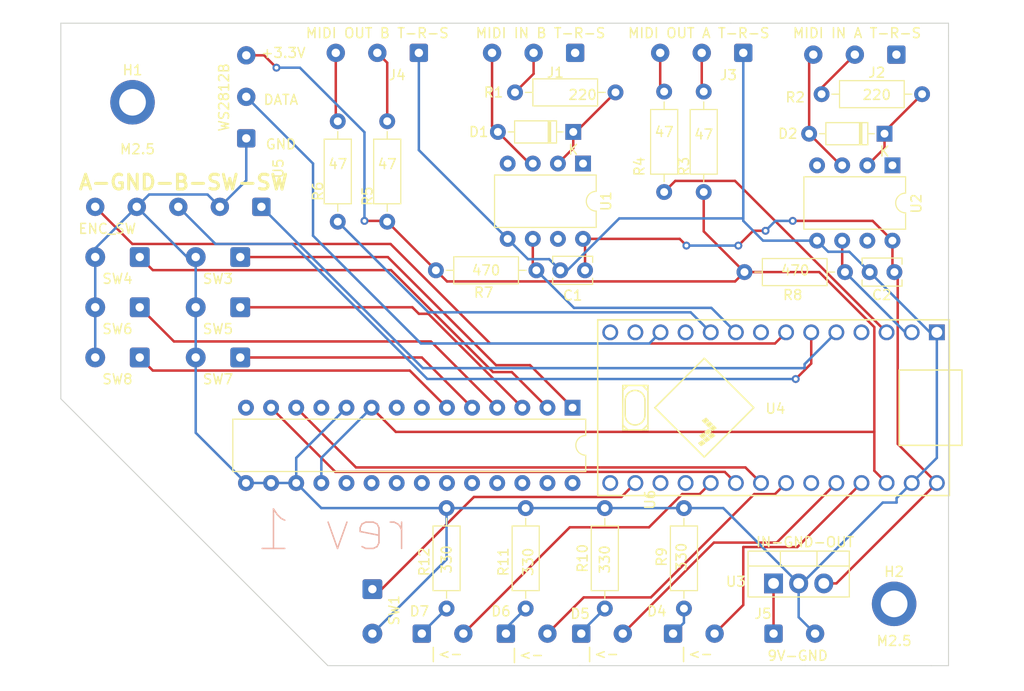
<source format=kicad_pcb>
(kicad_pcb (version 20211014) (generator pcbnew)
  (layers (0 "F.Cu" signal) (31 "B.Cu" signal) (34 "B.Paste" user) (35 "F.Paste" user) (36 "B.SilkS" user "B.Silkscreen") (37 "F.SilkS" user "F.Silkscreen") (38 "B.Mask" user) (39 "F.Mask" user) (44 "Edge.Cuts" user))
  (net 0 "")
  (net 1 "+5V")
  (net 2 "GND")
  (net 3 "Net-(D1-Pad1)")
  (net 4 "Net-(D1-Pad2)")
  (net 5 "Net-(D2-Pad1)")
  (net 6 "Net-(D2-Pad2)")
  (net 7 "+3V3")
  (net 8 "Net-(R4-Pad1)")
  (net 9 "Net-(U4-Pad10)")
  (net 10 "Net-(U4-Pad9)")
  (net 11 "Net-(R8-Pad1)")
  (net 12 "Net-(D4-Pad1)")
  (net 13 "Net-(D5-Pad1)")
  (net 14 "Net-(D6-Pad1)")
  (net 15 "Net-(D7-Pad1)")
  (net 18 "Net-(SW1-Pad1)")
  (net 21 "Net-(D7-Pad2)")
  (net 22 "Net-(U4-Pad27)")
  (net 23 "Net-(U4-Pad25)")
  (net 24 "Net-(U4-Pad26)")
  (net 26 "Net-(D5-Pad2)")
  (net 27 "Net-(D4-Pad2)")
  (net 30 "Net-(U6-Pad1)")
  (net 31 "Net-(U6-Pad2)")
  (net 32 "Net-(U6-Pad3)")
  (net 33 "Net-(U6-Pad4)")
  (net 39 "Net-(U4-Pad12)")
  (net 40 "Net-(J1-Pad2)")
  (net 41 "Net-(J2-Pad2)")
  (net 42 "Net-(J3-Pad2)")
  (net 43 "Net-(J3-Pad3)")
  (net 44 "Net-(J4-Pad2)")
  (net 45 "Net-(J4-Pad3)")
  (net 49 "unconnected-(J2-Pad1)")
  (net 50 "Net-(J5-Pad1)")
  (net 51 "Net-(U6-Pad5)")
  (net 52 "Net-(U6-Pad6)")
  (net 53 "Net-(U4-Pad5)")
  (net 54 "Net-(U4-Pad6)")
  (net 55 "Net-(U4-Pad7)")
  (footprint "Resistor_THT:R_Axial_DIN0207_L6.3mm_D2.5mm_P10.16mm_Horizontal" (layer "F.Cu") (at 215 67.08 90)
    (fp_text reference "R4" (at 2.58 -2.5 90) (layer "F.SilkS"))
    (fp_text value "47")
    (pad "1" thru_hole circle (at 0 0 90) (size 1.6 1.6) (drill 0.8) (layers *.Cu *.Mask) (net 8 "Net-(R4-Pad1)"))
    (pad "2" thru_hole oval (at 10.16 0 90) (size 1.6 1.6) (drill 0.8) (layers *.Cu *.Mask) (net 43 "Net-(J3-Pad3)"))
  )
  (footprint "MountingHole:MountingHole_2.7mm_M2.5_ISO14580_Pad" (layer "F.Cu") (at 238.25 108.75)
    (fp_text reference "H2" (at 0 -3.25) (layer "F.SilkS"))
    (fp_text value "MountingHole")
    (pad "1" thru_hole circle (at 0 0) (size 4.5 4.5) (drill 2.7) (layers *.Cu *.Mask))
  )
  (footprint "MountingHole:MountingHole_2.7mm_M2.5_ISO14580_Pad" (layer "F.Cu") (at 161.25 58)
    (fp_text reference "H1" (at 0 -3.25) (layer "F.SilkS"))
    (fp_text value "MountingHole")
    (pad "1" thru_hole circle (at 0 0) (size 4.5 4.5) (drill 2.7) (layers *.Cu *.Mask))
  )
  (footprint "Connector_Wire:SolderWire-0.25sqmm_1x03_P4.2mm_D0.65mm_OD1.7mm" (layer "F.Cu") (at 190.2 53 180)
    (fp_text reference "J4" (at 2.2 -2.25) (layer "F.SilkS"))
    (fp_text value "MIDI OUT B")
    (pad "1" thru_hole roundrect (at 0 0 180) (size 1.85 1.85) (drill 0.85) (layers *.Cu *.Mask) (roundrect_rratio 0.1351351351) (net 2 "GND"))
    (pad "2" thru_hole circle (at 4.2 0 180) (size 1.85 1.85) (drill 0.85) (layers *.Cu *.Mask) (net 44 "Net-(J4-Pad2)"))
    (pad "3" thru_hole circle (at 8.4 0 180) (size 1.85 1.85) (drill 0.85) (layers *.Cu *.Mask) (net 45 "Net-(J4-Pad3)"))
  )
  (footprint "Resistor_THT:R_Axial_DIN0207_L6.3mm_D2.5mm_P10.16mm_Horizontal" (layer "F.Cu") (at 209 99.06 -90)
    (fp_text reference "R10" (at 5.08 2.25 90) (layer "F.SilkS"))
    (fp_text value "330")
    (pad "1" thru_hole circle (at 0 0 270) (size 1.6 1.6) (drill 0.8) (layers *.Cu *.Mask) (net 2 "GND"))
    (pad "2" thru_hole oval (at 10.16 0 270) (size 1.6 1.6) (drill 0.8) (layers *.Cu *.Mask) (net 13 "Net-(D5-Pad1)"))
  )
  (footprint "Resistor_THT:R_Axial_DIN0207_L6.3mm_D2.5mm_P10.16mm_Horizontal" (layer "F.Cu") (at 217 99.06 -90)
    (fp_text reference "R9" (at 4.94 2.25 90) (layer "F.SilkS"))
    (fp_text value "330")
    (pad "1" thru_hole circle (at 0 0 270) (size 1.6 1.6) (drill 0.8) (layers *.Cu *.Mask) (net 2 "GND"))
    (pad "2" thru_hole oval (at 10.16 0 270) (size 1.6 1.6) (drill 0.8) (layers *.Cu *.Mask) (net 12 "Net-(D4-Pad1)"))
  )
  (footprint "Diode_THT:D_DO-35_SOD27_P7.62mm_Horizontal" (layer "F.Cu") (at 205.81 61 180)
    (fp_text reference "D1" (at 9.56 0) (layer "F.SilkS"))
    (fp_text value "1N4148")
    (fp_text user "K" (at 0 -1.8) (layer "F.SilkS"))
    (pad "1" thru_hole rect (at 0 0 180) (size 1.6 1.6) (drill 0.8) (layers *.Cu *.Mask) (net 3 "Net-(D1-Pad1)"))
    (pad "2" thru_hole oval (at 7.62 0 180) (size 1.6 1.6) (drill 0.8) (layers *.Cu *.Mask) (net 4 "Net-(D1-Pad2)"))
  )
  (footprint "Resistor_THT:R_Axial_DIN0207_L6.3mm_D2.5mm_P10.16mm_Horizontal" (layer "F.Cu") (at 233.28 75.18 180)
    (fp_text reference "R8" (at 5.28 -2.32) (layer "F.SilkS"))
    (fp_text value "470")
    (pad "1" thru_hole circle (at 0 0 180) (size 1.6 1.6) (drill 0.8) (layers *.Cu *.Mask) (net 11 "Net-(R8-Pad1)"))
    (pad "2" thru_hole oval (at 10.16 0 180) (size 1.6 1.6) (drill 0.8) (layers *.Cu *.Mask) (net 7 "+3V3"))
  )
  (footprint "Connector_Wire:SolderWire-0.25sqmm_1x03_P4.2mm_D0.65mm_OD1.7mm" (layer "F.Cu") (at 223 53 180)
    (fp_text reference "J3" (at 1.5 -2.25) (layer "F.SilkS"))
    (fp_text value "MIDI OUT A")
    (pad "1" thru_hole roundrect (at 0 0 180) (size 1.85 1.85) (drill 0.85) (layers *.Cu *.Mask) (roundrect_rratio 0.1351351351) (net 2 "GND"))
    (pad "2" thru_hole circle (at 4.2 0 180) (size 1.85 1.85) (drill 0.85) (layers *.Cu *.Mask) (net 42 "Net-(J3-Pad2)"))
    (pad "3" thru_hole circle (at 8.4 0 180) (size 1.85 1.85) (drill 0.85) (layers *.Cu *.Mask) (net 43 "Net-(J3-Pad3)"))
  )
  (footprint "Resistor_THT:R_Axial_DIN0207_L6.3mm_D2.5mm_P10.16mm_Horizontal" (layer "F.Cu") (at 199.92 57)
    (fp_text reference "R1" (at -2.17 0) (layer "F.SilkS"))
    (fp_text value "220")
    (pad "1" thru_hole circle (at 0 0) (size 1.6 1.6) (drill 0.8) (layers *.Cu *.Mask) (net 40 "Net-(J1-Pad2)"))
    (pad "2" thru_hole oval (at 10.16 0) (size 1.6 1.6) (drill 0.8) (layers *.Cu *.Mask) (net 3 "Net-(D1-Pad1)"))
  )
  (footprint "Resistor_THT:R_Axial_DIN0207_L6.3mm_D2.5mm_P10.16mm_Horizontal" (layer "F.Cu") (at 187 59.92 -90)
    (fp_text reference "R5" (at 7.58 2 90) (layer "F.SilkS"))
    (fp_text value "47")
    (pad "1" thru_hole circle (at 0 0 270) (size 1.6 1.6) (drill 0.8) (layers *.Cu *.Mask) (net 44 "Net-(J4-Pad2)"))
    (pad "2" thru_hole oval (at 10.16 0 270) (size 1.6 1.6) (drill 0.8) (layers *.Cu *.Mask) (net 7 "+3V3"))
  )
  (footprint "Resistor_THT:R_Axial_DIN0207_L6.3mm_D2.5mm_P10.16mm_Horizontal" (layer "F.Cu") (at 182 70.08 90)
    (fp_text reference "R6" (at 3.08 -2 90) (layer "F.SilkS"))
    (fp_text value "47")
    (pad "1" thru_hole circle (at 0 0 90) (size 1.6 1.6) (drill 0.8) (layers *.Cu *.Mask) (net 9 "Net-(U4-Pad10)"))
    (pad "2" thru_hole oval (at 10.16 0 90) (size 1.6 1.6) (drill 0.8) (layers *.Cu *.Mask) (net 45 "Net-(J4-Pad3)"))
  )
  (footprint "Connector_Wire:SolderWire-0.25sqmm_1x03_P4.2mm_D0.65mm_OD1.7mm" (layer "F.Cu") (at 206 53 180)
    (fp_text reference "J1" (at 2 -2) (layer "F.SilkS"))
    (fp_text value "MIDI IN B")
    (pad "1" thru_hole roundrect (at 0 0 180) (size 1.85 1.85) (drill 0.85) (layers *.Cu *.Mask) (roundrect_rratio 0.1351351351))
    (pad "2" thru_hole circle (at 4.2 0 180) (size 1.85 1.85) (drill 0.85) (layers *.Cu *.Mask) (net 40 "Net-(J1-Pad2)"))
    (pad "3" thru_hole circle (at 8.4 0 180) (size 1.85 1.85) (drill 0.85) (layers *.Cu *.Mask) (net 4 "Net-(D1-Pad2)"))
  )
  (footprint "clarinoid2:Teensy_LC" (layer "F.Cu") (at 226.06 88.9 180)
    (fp_text reference "U4" (at -0.19 -0.1 180) (layer "F.SilkS"))
    (fp_text value "Teensy-LC")
    (pad "1" thru_hole rect (at -16.51 7.62 180) (size 1.6 1.6) (drill 1.1) (layers *.Cu *.Mask) (net 2 "GND"))
    (pad "2" thru_hole circle (at -13.97 7.62 180) (size 1.6 1.6) (drill 1.1) (layers *.Cu *.Mask) (net 11 "Net-(R8-Pad1)"))
    (pad "3" thru_hole circle (at -11.43 7.62 180) (size 1.6 1.6) (drill 1.1) (layers *.Cu *.Mask) (net 8 "Net-(R4-Pad1)"))
    (pad "4" thru_hole circle (at -8.89 7.62 180) (size 1.6 1.6) (drill 1.1) (layers *.Cu *.Mask))
    (pad "5" thru_hole circle (at -6.35 7.62 180) (size 1.6 1.6) (drill 1.1) (layers *.Cu *.Mask) (net 53 "Net-(U4-Pad5)"))
    (pad "6" thru_hole circle (at -3.81 7.62 180) (size 1.6 1.6) (drill 1.1) (layers *.Cu *.Mask) (net 54 "Net-(U4-Pad6)"))
    (pad "7" thru_hole circle (at -1.27 7.62 180) (size 1.6 1.6) (drill 1.1) (layers *.Cu *.Mask) (net 55 "Net-(U4-Pad7)"))
    (pad "8" thru_hole circle (at 1.27 7.62 180) (size 1.6 1.6) (drill 1.1) (layers *.Cu *.Mask))
    (pad "9" thru_hole circle (at 3.81 7.62 180) (size 1.6 1.6) (drill 1.1) (layers *.Cu *.Mask) (net 10 "Net-(U4-Pad9)"))
    (pad "10" thru_hole circle (at 6.35 7.62 180) (size 1.6 1.6) (drill 1.1) (layers *.Cu *.Mask) (net 9 "Net-(U4-Pad10)"))
    (pad "11" thru_hole circle (at 8.89 7.62 180) (size 1.6 1.6) (drill 1.1) (layers *.Cu *.Mask))
    (pad "12" thru_hole circle (at 11.43 7.62 180) (size 1.6 1.6) (drill 1.1) (layers *.Cu *.Mask) (net 39 "Net-(U4-Pad12)"))
    (pad "13" thru_hole circle (at 13.97 7.62 180) (size 1.6 1.6) (drill 1.1) (layers *.Cu *.Mask))
    (pad "14" thru_hole circle (at 16.51 7.62 180) (size 1.6 1.6) (drill 1.1) (layers *.Cu *.Mask))
    (pad "20" thru_hole circle (at 16.51 -7.62 180) (size 1.6 1.6) (drill 1.1) (layers *.Cu *.Mask))
    (pad "21" thru_hole circle (at 13.97 -7.62 180) (size 1.6 1.6) (drill 1.1) (layers *.Cu *.Mask) (net 18 "Net-(SW1-Pad1)"))
    (pad "22" thru_hole circle (at 11.43 -7.62 180) (size 1.6 1.6) (drill 1.1) (layers *.Cu *.Mask))
    (pad "23" thru_hole circle (at 8.89 -7.62 180) (size 1.6 1.6) (drill 1.1) (layers *.Cu *.Mask))
    (pad "24" thru_hole circle (at 6.35 -7.62 180) (size 1.6 1.6) (drill 1.1) (layers *.Cu *.Mask) (net 21 "Net-(D7-Pad2)"))
    (pad "25" thru_hole circle (at 3.81 -7.62 180) (size 1.6 1.6) (drill 1.1) (layers *.Cu *.Mask) (net 23 "Net-(U4-Pad25)"))
    (pad "26" thru_hole circle (at 1.27 -7.62 180) (size 1.6 1.6) (drill 1.1) (layers *.Cu *.Mask) (net 24 "Net-(U4-Pad26)"))
    (pad "27" thru_hole circle (at -1.27 -7.62 180) (size 1.6 1.6) (drill 1.1) (layers *.Cu *.Mask) (net 22 "Net-(U4-Pad27)"))
    (pad "28" thru_hole circle (at -3.81 -7.62 180) (size 1.6 1.6) (drill 1.1) (layers *.Cu *.Mask))
    (pad "29" thru_hole circle (at -6.35 -7.62 180) (size 1.6 1.6) (drill 1.1) (layers *.Cu *.Mask) (net 26 "Net-(D5-Pad2)"))
    (pad "30" thru_hole circle (at -8.89 -7.62 180) (size 1.6 1.6) (drill 1.1) (layers *.Cu *.Mask) (net 27 "Net-(D4-Pad2)"))
    (pad "31" thru_hole circle (at -11.43 -7.62 180) (size 1.6 1.6) (drill 1.1) (layers *.Cu *.Mask) (net 7 "+3V3"))
    (pad "32" thru_hole circle (at -13.97 -7.62 180) (size 1.6 1.6) (drill 1.1) (layers *.Cu *.Mask) (net 2 "GND"))
    (pad "33" thru_hole circle (at -16.51 -7.62 180) (size 1.6 1.6) (drill 1.1) (layers *.Cu *.Mask) (net 1 "+5V"))
  )
  (footprint "Connector_Wire:SolderWire-0.25sqmm_1x03_P4.2mm_D0.65mm_OD1.7mm" (layer "F.Cu") (at 238.48 53.18 180)
    (fp_text reference "J2" (at 1.98 -1.82) (layer "F.SilkS"))
    (fp_text value "MIDI IN A")
    (pad "1" thru_hole roundrect (at 0 0 180) (size 1.85 1.85) (drill 0.85) (layers *.Cu *.Mask) (roundrect_rratio 0.1351351351) (net 49 "unconnected-(J2-Pad1)"))
    (pad "2" thru_hole circle (at 4.2 0 180) (size 1.85 1.85) (drill 0.85) (layers *.Cu *.Mask) (net 41 "Net-(J2-Pad2)"))
    (pad "3" thru_hole circle (at 8.4 0 180) (size 1.85 1.85) (drill 0.85) (layers *.Cu *.Mask) (net 6 "Net-(D2-Pad2)"))
  )
  (footprint "Resistor_THT:R_Axial_DIN0207_L6.3mm_D2.5mm_P10.16mm_Horizontal" (layer "F.Cu") (at 230.92 57.18)
    (fp_text reference "R2" (at -2.67 0.32) (layer "F.SilkS"))
    (fp_text value "220")
    (pad "1" thru_hole circle (at 0 0) (size 1.6 1.6) (drill 0.8) (layers *.Cu *.Mask) (net 41 "Net-(J2-Pad2)"))
    (pad "2" thru_hole oval (at 10.16 0) (size 1.6 1.6) (drill 0.8) (layers *.Cu *.Mask) (net 5 "Net-(D2-Pad1)"))
  )
  (footprint "Connector_Wire:SolderWire-0.25sqmm_1x02_P4.5mm_D0.65mm_OD2mm" (layer "F.Cu") (at 185.5 107.26 -90)
    (fp_text reference "SW1" (at 2.14 -2.2 90) (layer "F.SilkS"))
    (fp_text value "SW_Push_SPDT")
    (pad "1" thru_hole roundrect (at 0 0 270) (size 2 2) (drill 0.85) (layers *.Cu *.Mask) (roundrect_rratio 0.125) (net 18 "Net-(SW1-Pad1)"))
    (pad "2" thru_hole circle (at 4.5 0 270) (size 2 2) (drill 0.85) (layers *.Cu *.Mask) (net 2 "GND"))
  )
  (footprint "Connector_Wire:SolderWire-0.25sqmm_1x02_P4.2mm_D0.65mm_OD1.7mm" (layer "F.Cu") (at 215.9 111.76)
    (fp_text reference "D4" (at -1.65 -2.26) (layer "F.SilkS"))
    (fp_text value "LED_TX_A")
    (pad "1" thru_hole roundrect (at 0 0) (size 1.85 1.85) (drill 0.85) (layers *.Cu *.Mask) (roundrect_rratio 0.1351351351) (net 12 "Net-(D4-Pad1)"))
    (pad "2" thru_hole circle (at 4.2 0) (size 1.85 1.85) (drill 0.85) (layers *.Cu *.Mask) (net 27 "Net-(D4-Pad2)"))
  )
  (footprint "Capacitor_THT:C_Disc_D3.8mm_W2.6mm_P2.50mm" (layer "F.Cu") (at 207 75 180)
    (fp_text reference "C1" (at 1.25 -2.55) (layer "F.SilkS"))
    (fp_text value "0.1uF")
    (pad "1" thru_hole circle (at 0 0 180) (size 1.6 1.6) (drill 0.8) (layers *.Cu *.Mask) (net 1 "+5V"))
    (pad "2" thru_hole circle (at 2.5 0 180) (size 1.6 1.6) (drill 0.8) (layers *.Cu *.Mask) (net 2 "GND"))
  )
  (footprint "Connector_Wire:SolderWire-0.25sqmm_1x02_P4.5mm_D0.65mm_OD2mm" (layer "F.Cu") (at 161.98 83.82 180)
    (fp_text reference "SW8" (at 2.25 -2.2) (layer "F.SilkS"))
    (fp_text value "SW_Push_SPDT")
    (pad "1" thru_hole roundrect (at 0 0 180) (size 2 2) (drill 0.85) (layers *.Cu *.Mask) (roundrect_rratio 0.125) (net 52 "Net-(U6-Pad6)"))
    (pad "2" thru_hole circle (at 4.5 0 180) (size 2 2) (drill 0.85) (layers *.Cu *.Mask) (net 2 "GND"))
  )
  (footprint "Package_DIP:DIP-8_W7.62mm" (layer "F.Cu") (at 238.08 64.38 -90)
    (fp_text reference "U2" (at 3.87 -2.42 90) (layer "F.SilkS"))
    (fp_text value "6N138")
    (pad "1" thru_hole rect (at 0 0 270) (size 1.6 1.6) (drill 0.8) (layers *.Cu *.Mask))
    (pad "2" thru_hole oval (at 0 2.54 270) (size 1.6 1.6) (drill 0.8) (layers *.Cu *.Mask) (net 5 "Net-(D2-Pad1)"))
    (pad "3" thru_hole oval (at 0 5.08 270) (size 1.6 1.6) (drill 0.8) (layers *.Cu *.Mask) (net 6 "Net-(D2-Pad2)"))
    (pad "4" thru_hole oval (at 0 7.62 270) (size 1.6 1.6) (drill 0.8) (layers *.Cu *.Mask))
    (pad "5" thru_hole oval (at 7.62 7.62 270) (size 1.6 1.6) (drill 0.8) (layers *.Cu *.Mask) (net 2 "GND"))
    (pad "6" thru_hole oval (at 7.62 5.08 270) (size 1.6 1.6) (drill 0.8) (layers *.Cu *.Mask) (net 11 "Net-(R8-Pad1)"))
    (pad "7" thru_hole oval (at 7.62 2.54 270) (size 1.6 1.6) (drill 0.8) (layers *.Cu *.Mask))
    (pad "8" thru_hole oval (at 7.62 0 270) (size 1.6 1.6) (drill 0.8) (layers *.Cu *.Mask) (net 1 "+5V"))
  )
  (footprint "Connector_Wire:SolderWire-0.25sqmm_1x02_P4.5mm_D0.65mm_OD2mm" (layer "F.Cu") (at 172.14 73.66 180)
    (fp_text reference "SW3" (at 2.25 -2.2) (layer "F.SilkS"))
    (fp_text value "SW_Push_SPDT")
    (pad "1" thru_hole roundrect (at 0 0 180) (size 2 2) (drill 0.85) (layers *.Cu *.Mask) (roundrect_rratio 0.125) (net 30 "Net-(U6-Pad1)"))
    (pad "2" thru_hole circle (at 4.5 0 180) (size 2 2) (drill 0.85) (layers *.Cu *.Mask) (net 2 "GND"))
  )
  (footprint "Resistor_THT:R_Axial_DIN0207_L6.3mm_D2.5mm_P10.16mm_Horizontal" (layer "F.Cu") (at 219 56.92 -90)
    (fp_text reference "R3" (at 7.58 2 90) (layer "F.SilkS"))
    (fp_text value "47")
    (pad "1" thru_hole circle (at 0 0 270) (size 1.6 1.6) (drill 0.8) (layers *.Cu *.Mask) (net 42 "Net-(J3-Pad2)"))
    (pad "2" thru_hole oval (at 10.16 0 270) (size 1.6 1.6) (drill 0.8) (layers *.Cu *.Mask) (net 7 "+3V3"))
  )
  (footprint "Diode_THT:D_DO-35_SOD27_P7.62mm_Horizontal" (layer "F.Cu") (at 237.28 61.18 180)
    (fp_text reference "D2" (at 9.78 0) (layer "F.SilkS"))
    (fp_text value "1N4148")
    (fp_text user "K" (at 0 -1.8) (layer "F.SilkS"))
    (pad "1" thru_hole rect (at 0 0 180) (size 1.6 1.6) (drill 0.8) (layers *.Cu *.Mask) (net 5 "Net-(D2-Pad1)"))
    (pad "2" thru_hole oval (at 7.62 0 180) (size 1.6 1.6) (drill 0.8) (layers *.Cu *.Mask) (net 6 "Net-(D2-Pad2)"))
  )
  (footprint "Connector_Wire:SolderWire-0.25sqmm_1x02_P4.5mm_D0.65mm_OD2mm" (layer "F.Cu") (at 172.14 83.82 180)
    (fp_text reference "SW7" (at 2.25 -2.2) (layer "F.SilkS"))
    (fp_text value "SW_Push_SPDT")
    (pad "1" thru_hole roundrect (at 0 0 180) (size 2 2) (drill 0.85) (layers *.Cu *.Mask) (roundrect_rratio 0.125) (net 51 "Net-(U6-Pad5)"))
    (pad "2" thru_hole circle (at 4.5 0 180) (size 2 2) (drill 0.85) (layers *.Cu *.Mask) (net 2 "GND"))
  )
  (footprint "Connector_Wire:SolderWire-0.25sqmm_1x02_P4.2mm_D0.65mm_OD1.7mm" (layer "F.Cu") (at 206.62 111.76)
    (fp_text reference "D5" (at -0.12 -2.01) (layer "F.SilkS"))
    (fp_text value "LED_TX_A")
    (pad "1" thru_hole roundrect (at 0 0) (size 1.85 1.85) (drill 0.85) (layers *.Cu *.Mask) (roundrect_rratio 0.1351351351) (net 13 "Net-(D5-Pad1)"))
    (pad "2" thru_hole circle (at 4.2 0) (size 1.85 1.85) (drill 0.85) (layers *.Cu *.Mask) (net 26 "Net-(D5-Pad2)"))
  )
  (footprint "Connector_Wire:SolderWire-0.25sqmm_1x02_P4.2mm_D0.65mm_OD1.7mm" (layer "F.Cu") (at 199 111.76)
    (fp_text reference "D6" (at -0.5 -2.26) (layer "F.SilkS"))
    (fp_text value "LED_TX_A")
    (pad "1" thru_hole roundrect (at 0 0) (size 1.85 1.85) (drill 0.85) (layers *.Cu *.Mask) (roundrect_rratio 0.1351351351) (net 14 "Net-(D6-Pad1)"))
    (pad "2" thru_hole circle (at 4.2 0) (size 1.85 1.85) (drill 0.85) (layers *.Cu *.Mask) (net 22 "Net-(U4-Pad27)"))
  )
  (footprint "Package_TO_SOT_THT:TO-220-3_Vertical" (layer "F.Cu") (at 226.06 106.68)
    (fp_text reference "U3" (at -3.81 -0.18) (layer "F.SilkS"))
    (fp_text value "L7805")
    (pad "1" thru_hole rect (at 0 0) (size 1.905 2) (drill 1.1) (layers *.Cu *.Mask) (net 50 "Net-(J5-Pad1)"))
    (pad "2" thru_hole oval (at 2.54 0) (size 1.905 2) (drill 1.1) (layers *.Cu *.Mask) (net 2 "GND"))
    (pad "3" thru_hole oval (at 5.08 0) (size 1.905 2) (drill 1.1) (layers *.Cu *.Mask) (net 1 "+5V"))
  )
  (footprint "Resistor_THT:R_Axial_DIN0207_L6.3mm_D2.5mm_P10.16mm_Horizontal" (layer "F.Cu") (at 193 99.06 -90)
    (fp_text reference "R12" (at 5.44 2.25 90) (layer "F.SilkS"))
    (fp_text value "330")
    (pad "1" thru_hole circle (at 0 0 270) (size 1.6 1.6) (drill 0.8) (layers *.Cu *.Mask) (net 2 "GND"))
    (pad "2" thru_hole oval (at 10.16 0 270) (size 1.6 1.6) (drill 0.8) (layers *.Cu *.Mask) (net 15 "Net-(D7-Pad1)"))
  )
  (footprint "Capacitor_THT:C_Disc_D3.8mm_W2.6mm_P2.50mm" (layer "F.Cu") (at 238.28 75.18 180)
    (fp_text reference "C2" (at 1.28 -2.32) (layer "F.SilkS"))
    (fp_text value "0.1uF")
    (pad "1" thru_hole circle (at 0 0 180) (size 1.6 1.6) (drill 0.8) (layers *.Cu *.Mask) (net 1 "+5V"))
    (pad "2" thru_hole circle (at 2.5 0 180) (size 1.6 1.6) (drill 0.8) (layers *.Cu *.Mask) (net 2 "GND"))
  )
  (footprint "Connector_Wire:SolderWire-0.25sqmm_1x02_P4.5mm_D0.65mm_OD2mm" (layer "F.Cu") (at 161.98 73.66 180)
    (fp_text reference "SW4" (at 2.25 -2.2) (layer "F.SilkS"))
    (fp_text value "SW_Push_SPDT")
    (pad "1" thru_hole roundrect (at 0 0 180) (size 2 2) (drill 0.85) (layers *.Cu *.Mask) (roundrect_rratio 0.125) (net 31 "Net-(U6-Pad2)"))
    (pad "2" thru_hole circle (at 4.5 0 180) (size 2 2) (drill 0.85) (layers *.Cu *.Mask) (net 2 "GND"))
  )
  (footprint "Resistor_THT:R_Axial_DIN0207_L6.3mm_D2.5mm_P10.16mm_Horizontal" (layer "F.Cu") (at 201 99.06 -90)
    (fp_text reference "R11" (at 5.44 2.25 90) (layer "F.SilkS"))
    (fp_text value "330")
    (pad "1" thru_hole circle (at 0 0 270) (size 1.6 1.6) (drill 0.8) (layers *.Cu *.Mask) (net 2 "GND"))
    (pad "2" thru_hole oval (at 10.16 0 270) (size 1.6 1.6) (drill 0.8) (layers *.Cu *.Mask) (net 14 "Net-(D6-Pad1)"))
  )
  (footprint "Connector_Wire:SolderWire-0.25sqmm_1x05_P4.2mm_D0.65mm_OD1.7mm" (layer "F.Cu") (at 174.28 68.58 180)
    (fp_text reference "ENC_SW" (at 15.58 -2.22) (layer "F.SilkS"))
    (fp_text value "RotaryEncoder_Switch")
    (pad "1" thru_hole roundrect (at 0 0 180) (size 1.85 1.85) (drill 0.85) (layers *.Cu *.Mask) (roundrect_rratio 0.1351351351) (net 53 "Net-(U4-Pad5)"))
    (pad "2" thru_hole circle (at 4.2 0 180) (size 1.85 1.85) (drill 0.85) (layers *.Cu *.Mask) (net 2 "GND"))
    (pad "3" thru_hole circle (at 8.4 0 180) (size 1.85 1.85) (drill 0.85) (layers *.Cu *.Mask) (net 54 "Net-(U4-Pad6)"))
    (pad "4" thru_hole circle (at 12.6 0 180) (size 1.85 1.85) (drill 0.85) (layers *.Cu *.Mask) (net 2 "GND"))
    (pad "5" thru_hole circle (at 16.8 0 180) (size 1.85 1.85) (drill 0.85) (layers *.Cu *.Mask) (net 55 "Net-(U4-Pad7)"))
  )
  (footprint "Connector_Wire:SolderWire-0.25sqmm_1x02_P4.5mm_D0.65mm_OD2mm" (layer "F.Cu") (at 172.14 78.74 180)
    (fp_text reference "SW5" (at 2.25 -2.2) (layer "F.SilkS"))
    (fp_text value "SW_Push_SPDT")
    (pad "1" thru_hole roundrect (at 0 0 180) (size 2 2) (drill 0.85) (layers *.Cu *.Mask) (roundrect_rratio 0.125) (net 32 "Net-(U6-Pad3)"))
    (pad "2" thru_hole circle (at 4.5 0 180) (size 2 2) (drill 0.85) (layers *.Cu *.Mask) (net 2 "GND"))
  )
  (footprint "Resistor_THT:R_Axial_DIN0207_L6.3mm_D2.5mm_P10.16mm_Horizontal" (layer "F.Cu") (at 202.08 75 180)
    (fp_text reference "R7" (at 5.33 -2.25) (layer "F.SilkS"))
    (fp_text value "470")
    (pad "1" thru_hole circle (at 0 0 180) (size 1.6 1.6) (drill 0.8) (layers *.Cu *.Mask) (net 10 "Net-(U4-Pad9)"))
    (pad "2" thru_hole oval (at 10.16 0 180) (size 1.6 1.6) (drill 0.8) (layers *.Cu *.Mask) (net 7 "+3V3"))
  )
  (footprint "Connector_Wire:SolderWire-0.25sqmm_1x03_P4.2mm_D0.65mm_OD1.7mm" (layer "F.Cu") (at 172.75 61.65 90)
    (fp_text reference "U5" (at -3.05 3.25 90) (layer "F.SilkS"))
    (fp_text value "WS2812")
    (pad "1" thru_hole roundrect (at 0 0 90) (size 1.85 1.85) (drill 0.85) (layers *.Cu *.Mask) (roundrect_rratio 0.1351351351) (net 2 "GND"))
    (pad "2" thru_hole circle (at 4.2 0 90) (size 1.85 1.85) (drill 0.85) (layers *.Cu *.Mask) (net 39 "Net-(U4-Pad12)"))
    (pad "3" thru_hole circle (at 8.4 0 90) (size 1.85 1.85) (drill 0.85) (layers *.Cu *.Mask) (net 7 "+3V3"))
  )
  (footprint "Connector_Wire:SolderWire-0.25sqmm_1x02_P4.2mm_D0.65mm_OD1.7mm" (layer "F.Cu") (at 190.5 111.76)
    (fp_text reference "D7" (at -0.25 -2.26) (layer "F.SilkS"))
    (fp_text value "LED_TX_A")
    (pad "1" thru_hole roundrect (at 0 0) (size 1.85 1.85) (drill 0.85) (layers *.Cu *.Mask) (roundrect_rratio 0.1351351351) (net 15 "Net-(D7-Pad1)"))
    (pad "2" thru_hole circle (at 4.2 0) (size 1.85 1.85) (drill 0.85) (layers *.Cu *.Mask) (net 21 "Net-(D7-Pad2)"))
  )
  (footprint "Connector_Wire:SolderWire-0.25sqmm_1x02_P4.2mm_D0.65mm_OD1.7mm" (layer "F.Cu") (at 226.06 111.76)
    (fp_text reference "J5" (at -1.06 -2.01) (layer "F.SilkS"))
    (fp_text value "Barrel_Jack")
    (pad "1" thru_hole roundrect (at 0 0) (size 1.85 1.85) (drill 0.85) (layers *.Cu *.Mask) (roundrect_rratio 0.1351351351) (net 50 "Net-(J5-Pad1)"))
    (pad "2" thru_hole circle (at 4.2 0) (size 1.85 1.85) (drill 0.85) (layers *.Cu *.Mask) (net 2 "GND"))
  )
  (footprint "Connector_Wire:SolderWire-0.25sqmm_1x02_P4.5mm_D0.65mm_OD2mm" (layer "F.Cu") (at 161.98 78.74 180)
    (fp_text reference "SW6" (at 2.25 -2.2) (layer "F.SilkS"))
    (fp_text value "SW_Push_SPDT")
    (pad "1" thru_hole roundrect (at 0 0 180) (size 2 2) (drill 0.85) (layers *.Cu *.Mask) (roundrect_rratio 0.125) (net 33 "Net-(U6-Pad4)"))
    (pad "2" thru_hole circle (at 4.5 0 180) (size 2 2) (drill 0.85) (layers *.Cu *.Mask) (net 2 "GND"))
  )
  (footprint "Package_DIP:DIP-28_W7.62mm" (layer "F.Cu") (at 205.74 88.9 -90)
    (fp_text reference "U6" (at 9.31 -7.83 90) (layer "F.SilkS"))
    (fp_text value "MCP23017_SP")
    (pad "1" thru_hole rect (at 0 0 270) (size 1.6 1.6) (drill 0.8) (layers *.Cu *.Mask) (net 30 "Net-(U6-Pad1)"))
    (pad "2" thru_hole oval (at 0 2.54 270) (size 1.6 1.6) (drill 0.8) (layers *.Cu *.Mask) (net 31 "Net-(U6-Pad2)"))
    (pad "3" thru_hole oval (at 0 5.08 270) (size 1.6 1.6) (drill 0.8) (layers *.Cu *.Mask) (net 32 "Net-(U6-Pad3)"))
    (pad "4" thru_hole oval (at 0 7.62 270) (size 1.6 1.6) (drill 0.8) (layers *.Cu *.Mask) (net 33 "Net-(U6-Pad4)"))
    (pad "5" thru_hole oval (at 0 10.16 270) (size 1.6 1.6) (drill 0.8) (layers *.Cu *.Mask) (net 51 "Net-(U6-Pad5)"))
    (pad "6" thru_hole oval (at 0 12.7 270) (size 1.6 1.6) (drill 0.8) (layers *.Cu *.Mask) (net 52 "Net-(U6-Pad6)"))
    (pad "7" thru_hole oval (at 0 15.24 270) (size 1.6 1.6) (drill 0.8) (layers *.Cu *.Mask))
    (pad "8" thru_hole oval (at 0 17.78 270) (size 1.6 1.6) (drill 0.8) (layers *.Cu *.Mask))
    (pad "9" thru_hole oval (at 0 20.32 270) (size 1.6 1.6) (drill 0.8) (layers *.Cu *.Mask) (net 7 "+3V3"))
    (pad "10" thru_hole oval (at 0 22.86 270) (size 1.6 1.6) (drill 0.8) (layers *.Cu *.Mask) (net 2 "GND"))
    (pad "11" thru_hole oval (at 0 25.4 270) (size 1.6 1.6) (drill 0.8) (layers *.Cu *.Mask))
    (pad "12" thru_hole oval (at 0 27.94 270) (size 1.6 1.6) (drill 0.8) (layers *.Cu *.Mask) (net 24 "Net-(U4-Pad26)"))
    (pad "13" thru_hole oval (at 0 30.48 270) (size 1.6 1.6) (drill 0.8) (layers *.Cu *.Mask) (net 23 "Net-(U4-Pad25)"))
    (pad "14" thru_hole oval (at 0 33.02 270) (size 1.6 1.6) (drill 0.8) (layers *.Cu *.Mask))
    (pad "15" thru_hole oval (at 7.62 33.02 270) (size 1.6 1.6) (drill 0.8) (layers *.Cu *.Mask) (net 2 "GND"))
    (pad "16" thru_hole oval (at 7.62 30.48 270) (size 1.6 1.6) (drill 0.8) (layers *.Cu *.Mask) (net 2 "GND"))
    (pad "17" thru_hole oval (at 7.62 27.94 270) (size 1.6 1.6) (drill 0.8) (layers *.Cu *.Mask) (net 2 "GND"))
    (pad "18" thru_hole oval (at 7.62 25.4 270) (size 1.6 1.6) (drill 0.8) (layers *.Cu *.Mask) (net 7 "+3V3"))
    (pad "19" thru_hole oval (at 7.62 22.86 270) (size 1.6 1.6) (drill 0.8) (layers *.Cu *.Mask))
    (pad "20" thru_hole oval (at 7.62 20.32 270) (size 1.6 1.6) (drill 0.8) (layers *.Cu *.Mask))
    (pad "21" thru_hole oval (at 7.62 17.78 270) (size 1.6 1.6) (drill 0.8) (layers *.Cu *.Mask))
    (pad "22" thru_hole oval (at 7.62 15.24 270) (size 1.6 1.6) (drill 0.8) (layers *.Cu *.Mask))
    (pad "23" thru_hole oval (at 7.62 12.7 270) (size 1.6 1.6) (drill 0.8) (layers *.Cu *.Mask))
    (pad "24" thru_hole oval (at 7.62 10.16 270) (size 1.6 1.6) (drill 0.8) (layers *.Cu *.Mask))
    (pad "25" thru_hole oval (at 7.62 7.62 270) (size 1.6 1.6) (drill 0.8) (layers *.Cu *.Mask))
    (pad "26" thru_hole oval (at 7.62 5.08 270) (size 1.6 1.6) (drill 0.8) (layers *.Cu *.Mask))
    (pad "27" thru_hole oval (at 7.62 2.54 270) (size 1.6 1.6) (drill 0.8) (layers *.Cu *.Mask))
    (pad "28" thru_hole oval (at 7.62 0 270) (size 1.6 1.6) (drill 0.8) (layers *.Cu *.Mask))
  )
  (footprint "Package_DIP:DIP-8_W7.62mm" (layer "F.Cu") (at 206.8 64.2 -90)
    (fp_text reference "U1" (at 3.81 -2.33 90) (layer "F.SilkS"))
    (fp_text value "6N138")
    (pad "1" thru_hole rect (at 0 0 270) (size 1.6 1.6) (drill 0.8) (layers *.Cu *.Mask))
    (pad "2" thru_hole oval (at 0 2.54 270) (size 1.6 1.6) (drill 0.8) (layers *.Cu *.Mask) (net 3 "Net-(D1-Pad1)"))
    (pad "3" thru_hole oval (at 0 5.08 270) (size 1.6 1.6) (drill 0.8) (layers *.Cu *.Mask) (net 4 "Net-(D1-Pad2)"))
    (pad "4" thru_hole oval (at 0 7.62 270) (size 1.6 1.6) (drill 0.8) (layers *.Cu *.Mask))
    (pad "5" thru_hole oval (at 7.62 7.62 270) (size 1.6 1.6) (drill 0.8) (layers *.Cu *.Mask) (net 2 "GND"))
    (pad "6" thru_hole oval (at 7.62 5.08 270) (size 1.6 1.6) (drill 0.8) (layers *.Cu *.Mask) (net 10 "Net-(U4-Pad9)"))
    (pad "7" thru_hole oval (at 7.62 2.54 270) (size 1.6 1.6) (drill 0.8) (layers *.Cu *.Mask))
    (pad "8" thru_hole oval (at 7.62 0 270) (size 1.6 1.6) (drill 0.8) (layers *.Cu *.Mask) (net 1 "+5V"))
  )
  (gr_line (start 206.5 115) (end 229.25 115) (layer "Edge.Cuts") (width 0.1))
  (gr_line (start 243.75 50) (end 221.75 50) (layer "Edge.Cuts") (width 0.1))
  (gr_line (start 154 88) (end 154 50) (layer "Edge.Cuts") (width 0.1))
  (gr_line (start 243.75 115) (end 243.75 69.75) (layer "Edge.Cuts") (width 0.1))
  (gr_line (start 188.25 50) (end 154 50) (layer "Edge.Cuts") (width 0.1))
  (gr_line (start 243.75 51.25) (end 243.75 50) (layer "Edge.Cuts") (width 0.1))
  (gr_line (start 221.75 50) (end 188.25 50) (layer "Edge.Cuts") (width 0.1))
  (gr_line (start 242 115) (end 243.75 115) (layer "Edge.Cuts") (width 0.1))
  (gr_line (start 181 115) (end 154 88) (layer "Edge.Cuts") (width 0.1))
  (gr_line (start 243.75 69.75) (end 243.75 51.25) (layer "Edge.Cuts") (width 0.1))
  (gr_line (start 229.25 115) (end 242 115) (layer "Edge.Cuts") (width 0.1))
  (gr_line (start 181 115) (end 206.5 115) (layer "Edge.Cuts") (width 0.1))
  (gr_text "rev 1" (at 181.5 101.3) (layer "B.SilkS") (effects (font (size 4 4)) (justify mirror)))
  (gr_text "330" (at 193 104.25 90) (layer "F.SilkS") (effects (font (size 1 1))))
  (gr_text "220" (at 206.75 57.25) (layer "F.SilkS") (effects (font (size 1 1))))
  (gr_text "M2.5" (at 161.75 62.75) (layer "F.SilkS") (effects (font (size 1 1))))
  (gr_text "330" (at 209 104.25 90) (layer "F.SilkS") (effects (font (size 1 1))))
  (gr_text "9V-GND" (at 228.5 114) (layer "F.SilkS") (effects (font (size 1 1))))
  (gr_text "470" (at 228.25 75) (layer "F.SilkS") (effects (font (size 1 1))))
  (gr_text "|<-" (at 218.2 113.8) (layer "F.SilkS") (effects (font (size 1 1))))
  (gr_text "470" (at 197 75) (layer "F.SilkS") (effects (font (size 1 1))))
  (gr_text "MIDI IN A T-R-S" (at 234.5 51) (layer "F.SilkS") (effects (font (size 1 1))))
  (gr_text "GND" (at 176.25 62.25) (layer "F.SilkS") (effects (font (size 1 1))))
  (gr_text "47" (at 219 61.25) (layer "F.SilkS") (effects (font (size 1 1))))
  (gr_text "WS2812B" (at 170.5 57.5 90) (layer "F.SilkS") (effects (font (size 1 1))))
  (gr_text "DATA" (at 176.25 57.75) (layer "F.SilkS") (effects (font (size 1 1))))
  (gr_text "|<-" (at 208.7 113.8) (layer "F.SilkS") (effects (font (size 1 1))))
  (gr_text "330" (at 216.75 104 90) (layer "F.SilkS") (effects (font (size 1 1))))
  (gr_text "47" (at 215 61) (layer "F.SilkS") (effects (font (size 1 1))))
  (gr_text "+3.3V" (at 176.5 53) (layer "F.SilkS") (effects (font (size 1 1))))
  (gr_text "47" (at 187 64.25) (layer "F.SilkS") (effects (font (size 1 1))))
  (gr_text "IN-GND-OUT" (at 229.25 102.5) (layer "F.SilkS") (effects (font (size 1 1))))
  (gr_text "47" (at 182 64.25) (layer "F.SilkS") (effects (font (size 1 1))))
  (gr_text "|<-" (at 201.1 113.9) (layer "F.SilkS") (effects (font (size 1 1))))
  (gr_text "330" (at 201.25 104.5 90) (layer "F.SilkS") (effects (font (size 1 1))))
  (gr_text "MIDI IN B T-R-S" (at 202.5 51) (layer "F.SilkS") (effects (font (size 1 1))))
  (gr_text "MIDI OUT B T-R-S" (at 186 51) (layer "F.SilkS") (effects (font (size 1 1))))
  (gr_text "A-GND-B-SW-SW" (at 166.4 66.1) (layer "F.SilkS") (effects (font (size 1.5 1.5) (thickness 0.3))))
  (gr_text "MIDI OUT A T-R-S" (at 218.5 51) (layer "F.SilkS") (effects (font (size 1 1))))
  (gr_text "220" (at 236.5 57.25) (layer "F.SilkS") (effects (font (size 1 1))))
  (gr_text "|<-" (at 192.9 113.8) (layer "F.SilkS") (effects (font (size 1 1))))
  (gr_text "M2.5" (at 238.25 112.5) (layer "F.SilkS") (effects (font (size 1 1))))
  (segment (start 238.28 75.18) (end 238.614511 75.514511) (width 0.25) (layer "F.Cu") (net 1))
  (segment (start 224 71) (end 222.5 72.5) (width 0.25) (layer "F.Cu") (net 1))
  (segment (start 238.08 74.98) (end 238.28 75.18) (width 0.25) (layer "F.Cu") (net 1))
  (segment (start 236.08 70) (end 228 70) (width 0.25) (layer "F.Cu") (net 1))
  (segment (start 206.8 71.82) (end 216.57 71.82) (width 0.25) (layer "F.Cu") (net 1))
  (segment (start 225.25 71) (end 224 71) (width 0.25) (layer "F.Cu") (net 1))
  (segment (start 238.08 72) (end 238.08 74.98) (width 0.25) (layer "F.Cu") (net 1))
  (segment (start 238.614511 75.514511) (end 238.614511 92.564511) (width 0.25) (layer "F.Cu") (net 1))
  (segment (start 238.614511 92.564511) (end 242.57 96.52) (width 0.25) (layer "F.Cu") (net 1))
  (segment (start 216.57 71.82) (end 217.25 72.5) (width 0.25) (layer "F.Cu") (net 1))
  (segment (start 238.08 72) (end 236.08 70) (width 0.25) (layer "F.Cu") (net 1))
  (segment (start 232.41 106.68) (end 242.57 96.52) (width 0.25) (layer "F.Cu") (net 1))
  (segment (start 207 75) (end 207 72.02) (width 0.25) (layer "F.Cu") (net 1))
  (segment (start 207 72.02) (end 206.8 71.82) (width 0.25) (layer "F.Cu") (net 1))
  (segment (start 231.14 106.68) (end 232.41 106.68) (width 0.25) (layer "F.Cu") (net 1))
  (via (at 228 70) (size 0.8) (drill 0.4) (layers "F.Cu" "B.Cu") (net 1))
  (via (at 225.25 71) (size 0.8) (drill 0.4) (layers "F.Cu" "B.Cu") (net 1))
  (via (at 222.5 72.5) (size 0.8) (drill 0.4) (layers "F.Cu" "B.Cu") (net 1))
  (via (at 217.25 72.5) (size 0.8) (drill 0.4) (layers "F.Cu" "B.Cu") (net 1))
  (segment (start 222.5 72.5) (end 217.25 72.5) (width 0.25) (layer "B.Cu") (net 1))
  (segment (start 228 70) (end 226.25 70) (width 0.25) (layer "B.Cu") (net 1))
  (segment (start 226.25 70) (end 225.25 71) (width 0.25) (layer "B.Cu") (net 1))
  (segment (start 204.5 75) (end 205.2103 75) (width 0.25) (layer "F.Cu") (net 2))
  (segment (start 190.2 62.84) (end 199.18 71.82) (width 0.25) (layer "B.Cu") (net 2))
  (segment (start 209 99.06) (end 201 99.06) (width 0.25) (layer "B.Cu") (net 2))
  (segment (start 175.26 96.52) (end 177.8 96.52) (width 0.25) (layer "B.Cu") (net 2))
  (segment (start 237.1003 98.5) (end 238.5 98.5) (width 0.25) (layer "B.Cu") (net 2))
  (segment (start 231.584511 73.124511) (end 230.46 72) (width 0.25) (layer "B.Cu") (net 2))
  (segment (start 167.64 73.66) (end 167.64 78.74) (width 0.25) (layer "B.Cu") (net 2))
  (segment (start 235.78 75.18) (end 241.88 81.28) (width 0.25) (layer "B.Cu") (net 2))
  (segment (start 199.18 71.82) (end 201.235489 73.875489) (width 0.25) (layer "B.Cu") (net 2))
  (segment (start 162.929511 67.330489) (end 161.68 68.58) (width 0.25) (layer "B.Cu") (net 2))
  (segment (start 238.5 98.5) (end 238.5 98.05) (width 0.25) (layer "B.Cu") (net 2))
  (segment (start 166.76 73.66) (end 167.64 73.66) (width 0.25) (layer "B.Cu") (net 2))
  (segment (start 223 69.75) (end 223 70) (width 0.25) (layer "B.Cu") (net 2))
  (segment (start 193 99.06) (end 180.34 99.06) (width 0.25) (layer "B.Cu") (net 2))
  (segment (start 157.48 72.78) (end 157.48 73.66) (width 0.25) (layer "B.Cu") (net 2))
  (segment (start 242.57 93.98) (end 240.03 96.52) (width 0.25) (layer "B.Cu") (net 2))
  (segment (start 177.8 93.98) (end 182.88 88.9) (width 0.25) (layer "B.Cu") (net 2))
  (segment (start 223 53) (end 223 69.75) (width 0.25) (layer "B.Cu") (net 2))
  (segment (start 217 99.06) (end 209 99.06) (width 0.25) (layer "B.Cu") (net 2))
  (segment (start 172.72 96.52) (end 175.26 96.52) (width 0.25) (layer "B.Cu") (net 2))
  (segment (start 201 99.06) (end 193 99.06) (width 0.25) (layer "B.Cu") (net 2))
  (segment (start 204.5 75) (end 205.2103 75) (width 0.25) (layer "B.Cu") (net 2))
  (segment (start 161.68 68.58) (end 157.48 72.78) (width 0.25) (layer "B.Cu") (net 2))
  (segment (start 228.6 106.68) (end 228.9203 106.68) (width 0.25) (layer "B.Cu") (net 2))
  (segment (start 172.75 65.91) (end 170.08 68.58) (width 0.25) (layer "B.Cu") (net 2))
  (segment (start 167.64 83.82) (end 167.64 91.44) (width 0.25) (layer "B.Cu") (net 2))
  (segment (start 228.6 110.1) (end 230.26 111.76) (width 0.25) (layer "B.Cu") (net 2))
  (segment (start 190.2 53) (end 190.2 62.84) (width 0.25) (layer "B.Cu") (net 2))
  (segment (start 180.34 99.06) (end 177.8 96.52) (width 0.25) (layer "B.Cu") (net 2))
  (segment (start 241.88 81.28) (end 242.57 81.28) (width 0.25) (layer "B.Cu") (net 2))
  (segment (start 172.75 61.65) (end 172.75 65.91) (width 0.25) (layer "B.Cu") (net 2))
  (segment (start 228.9203 106.68) (end 237.1003 98.5) (width 0.25) (layer "B.Cu") (net 2))
  (segment (start 210.4603 69.75) (end 223 69.75) (width 0.25) (layer "B.Cu") (net 2))
  (segment (start 167.64 78.74) (end 167.64 83.82) (width 0.25) (layer "B.Cu") (net 2))
  (segment (start 228.6 106.68) (end 228.6 110.1) (width 0.25) (layer "B.Cu") (net 2))
  (segment (start 238.5 98.05) (end 240.03 96.52) (width 0.25) (layer "B.Cu") (net 2))
  (segment (start 193 99.06) (end 193 104.26) (width 0.25) (layer "B.Cu") (net 2))
  (segment (start 233.724511 73.124511) (end 231.584511 73.124511) (width 0.25) (layer "B.Cu") (net 2))
  (segment (start 235.78 75.18) (end 233.724511 73.124511) (width 0.25) (layer "B.Cu") (net 2))
  (segment (start 157.48 73.66) (end 157.48 78.74) (width 0.25) (layer "B.Cu") (net 2))
  (segment (start 167.64 91.44) (end 172.72 96.52) (width 0.25) (layer "B.Cu") (net 2))
  (segment (start 220.98 99.06) (end 228.6 106.68) (width 0.25) (layer "B.Cu") (net 2))
  (segment (start 223 70) (end 225 72) (width 0.25) (layer "B.Cu") (net 2))
  (segment (start 242.57 81.28) (end 242.57 93.98) (width 0.25) (layer "B.Cu") (net 2))
  (segment (start 168.830489 67.330489) (end 162.929511 67.330489) (width 0.25) (layer "B.Cu") (net 2))
  (segment (start 157.48 83.82) (end 157.48 78.74) (width 0.25) (layer "B.Cu") (net 2))
  (segment (start 225 72) (end 230.46 72) (width 0.25) (layer "B.Cu") (net 2))
  (segment (start 177.8 96.52) (end 177.8 93.98) (width 0.25) (layer "B.Cu") (net 2))
  (segment (start 201.235489 73.875489) (end 203.375489 73.875489) (width 0.25) (layer "B.Cu") (net 2))
  (segment (start 205.2103 75) (end 210.4603 69.75) (width 0.25) (layer "B.Cu") (net 2))
  (segment (start 170.08 68.58) (end 168.830489 67.330489) (width 0.25) (layer "B.Cu") (net 2))
  (segment (start 161.68 68.58) (end 166.76 73.66) (width 0.25) (layer "B.Cu") (net 2))
  (segment (start 203.375489 73.875489) (end 204.5 75) (width 0.25) (layer "B.Cu") (net 2))
  (segment (start 217 99.06) (end 220.98 99.06) (width 0.25) (layer "B.Cu") (net 2))
  (segment (start 193 104.26) (end 185.5 111.76) (width 0.25) (layer "B.Cu") (net 2))
  (segment (start 205.81 61) (end 205.81 62.65) (width 0.25) (layer "F.Cu") (net 3))
  (segment (start 210.08 57) (end 206.08 61) (width 0.25) (layer "F.Cu") (net 3))
  (segment (start 205.81 62.65) (end 204.26 64.2) (width 0.25) (layer "F.Cu") (net 3))
  (segment (start 206.08 61) (end 205.81 61) (width 0.25) (layer "F.Cu") (net 3))
  (segment (start 198.19 61) (end 201.39 64.2) (width 0.25) (layer "F.Cu") (net 4))
  (segment (start 201.39 64.2) (end 201.72 64.2) (width 0.25) (layer "F.Cu") (net 4))
  (segment (start 197.6 60.41) (end 198.19 61) (width 0.25) (layer "F.Cu") (net 4))
  (segment (start 197.6 53) (end 197.6 60.41) (width 0.25) (layer "F.Cu") (net 4))
  (segment (start 237.28 62.64) (end 235.54 64.38) (width 0.25) (layer "F.Cu") (net 5))
  (segment (start 241.08 57.18) (end 237.28 60.98) (width 0.25) (layer "F.Cu") (net 5))
  (segment (start 237.28 61.18) (end 237.28 62.64) (width 0.25) (layer "F.Cu") (net 5))
  (segment (start 237.28 60.98) (end 237.28 61.18) (width 0.25) (layer "F.Cu") (net 5))
  (segment (start 229.66 53.6) (end 229.66 61.18) (width 0.25) (layer "F.Cu") (net 6))
  (segment (start 229.66 61.18) (end 232.86 64.38) (width 0.25) (layer "F.Cu") (net 6))
  (segment (start 232.86 64.38) (end 233 64.38) (width 0.25) (layer "F.Cu") (net 6))
  (segment (start 230.08 53.18) (end 229.66 53.6) (width 0.25) (layer "F.Cu") (net 6))
  (segment (start 185.42 88.9) (end 187.87 91.35) (width 0.25) (layer "F.Cu") (net 7))
  (segment (start 187 70.08) (end 191.92 75) (width 0.25) (layer "F.Cu") (net 7))
  (segment (start 193.044511 76.124511) (end 222.175489 76.124511) (width 0.25) (layer "F.Cu") (net 7))
  (segment (start 172.75 53.25) (end 174.55 53.25) (width 0.25) (layer "F.Cu") (net 7))
  (segment (start 237.49 96.52) (end 236.25 95.28) (width 0.25) (layer "F.Cu") (net 7))
  (segment (start 184.7 70) (end 186.92 70) (width 0.25) (layer "F.Cu") (net 7))
  (segment (start 187.87 91.35) (end 236.25 91.35) (width 0.25) (layer "F.Cu") (net 7))
  (segment (start 174.55 53.25) (end 175.8 54.5) (width 0.25) (layer "F.Cu") (net 7))
  (segment (start 222.175489 76.124511) (end 223.12 75.18) (width 0.25) (layer "F.Cu") (net 7))
  (segment (start 186.92 70) (end 187 70.08) (width 0.25) (layer "F.Cu") (net 7))
  (segment (start 236.25 80.75) (end 230.68 75.18) (width 0.25) (layer "F.Cu") (net 7))
  (segment (start 236.25 95.28) (end 236.25 91.35) (width 0.25) (layer "F.Cu") (net 7))
  (segment (start 236.25 91.35) (end 236.25 80.75) (width 0.25) (layer "F.Cu") (net 7))
  (segment (start 219 67.08) (end 219 71.06) (width 0.25) (layer "F.Cu") (net 7))
  (segment (start 219 71.06) (end 223.12 75.18) (width 0.25) (layer "F.Cu") (net 7))
  (segment (start 230.68 75.18) (end 223.12 75.18) (width 0.25) (layer "F.Cu") (net 7))
  (segment (start 191.92 75) (end 193.044511 76.124511) (width 0.25) (layer "F.Cu") (net 7))
  (via (at 175.8 54.5) (size 0.8) (drill 0.4) (layers "F.Cu" "B.Cu") (net 7))
  (via (at 184.7 70) (size 0.8) (drill 0.4) (layers "F.Cu" "B.Cu") (net 7))
  (segment (start 184.7 70) (end 184.7 61.0297) (width 0.25) (layer "B.Cu") (net 7))
  (segment (start 180.34 93.98) (end 185.42 88.9) (width 0.25) (layer "B.Cu") (net 7))
  (segment (start 184.7 61.0297) (end 178.1703 54.5) (width 0.25) (layer "B.Cu") (net 7))
  (segment (start 180.34 96.52) (end 180.34 93.98) (width 0.25) (layer "B.Cu") (net 7))
  (segment (start 178.1703 54.5) (end 175.8 54.5) (width 0.25) (layer "B.Cu") (net 7))
  (segment (start 222.165489 65.955489) (end 237.49 81.28) (width 0.25) (layer "F.Cu") (net 8))
  (segment (start 216.124511 65.955489) (end 222.165489 65.955489) (width 0.25) (layer "F.Cu") (net 8))
  (segment (start 215 67.08) (end 216.124511 65.955489) (width 0.25) (layer "F.Cu") (net 8))
  (segment (start 191.17 79.25) (end 217.68 79.25) (width 0.25) (layer "B.Cu") (net 9))
  (segment (start 182 70.08) (end 191.17 79.25) (width 0.25) (layer "B.Cu") (net 9))
  (segment (start 217.68 79.25) (end 219.71 81.28) (width 0.25) (layer "B.Cu") (net 9))
  (segment (start 201.72 71.82) (end 201.72 74.64) (width 0.25) (layer "F.Cu") (net 10))
  (segment (start 201.72 74.64) (end 202.08 75) (width 0.25) (layer "F.Cu") (net 10))
  (segment (start 202.08 75) (end 205.88048 78.80048) (width 0.25) (layer "B.Cu") (net 10))
  (segment (start 219.77048 78.80048) (end 222.25 81.28) (width 0.25) (layer "B.Cu") (net 10))
  (segment (start 205.88048 78.80048) (end 219.77048 78.80048) (width 0.25) (layer "B.Cu") (net 10))
  (segment (start 233 72) (end 233 74.9) (width 0.25) (layer "F.Cu") (net 11))
  (segment (start 233 74.9) (end 233.28 75.18) (width 0.25) (layer "F.Cu") (net 11))
  (segment (start 233.28 75.18) (end 239.38 81.28) (width 0.25) (layer "B.Cu") (net 11))
  (segment (start 239.38 81.28) (end 240.03 81.28) (width 0.25) (layer "B.Cu") (net 11))
  (segment (start 217 110.66) (end 215.9 111.76) (width 0.25) (layer "B.Cu") (net 12))
  (segment (start 217 109.22) (end 217 110.66) (width 0.25) (layer "B.Cu") (net 12))
  (segment (start 206.62 111.6) (end 206.62 111.76) (width 0.25) (layer "B.Cu") (net 13))
  (segment (start 209 109.22) (end 206.62 111.6) (width 0.25) (layer "B.Cu") (net 13))
  (segment (start 201 109.22) (end 199 111.22) (width 0.25) (layer "B.Cu") (net 14))
  (segment (start 199 111.22) (end 199 111.76) (width 0.25) (layer "B.Cu") (net 14))
  (segment (start 190.5 111.72) (end 190.5 111.76) (width 0.25) (layer "B.Cu") (net 15))
  (segment (start 193 109.22) (end 190.5 111.72) (width 0.25) (layer "B.Cu") (net 15))
  (segment (start 195.764511 97.935489) (end 186.44 107.26) (width 0.25) (layer "F.Cu") (net 18))
  (segment (start 212.09 96.52) (end 210.674511 97.935489) (width 0.25) (layer "F.Cu") (net 18))
  (segment (start 210.674511 97.935489) (end 195.764511 97.935489) (width 0.25) (layer "F.Cu") (net 18))
  (segment (start 186.44 107.26) (end 185.5 107.26) (width 0.25) (layer "F.Cu") (net 18))
  (segment (start 213.4697 101) (end 216.825189 97.644511) (width 0.25) (layer "F.Cu") (net 21))
  (segment (start 216.825189 97.644511) (end 218.585489 97.644511) (width 0.25) (layer "F.Cu") (net 21))
  (segment (start 205.46 101) (end 213.4697 101) (width 0.25) (layer "F.Cu") (net 21))
  (segment (start 218.585489 97.644511) (end 219.71 96.52) (width 0.25) (layer "F.Cu") (net 21))
  (segment (start 194.7 111.76) (end 205.46 101) (width 0.25) (layer "F.Cu") (net 21))
  (segment (start 213.654511 108.095489) (end 224.105489 97.644511) (width 0.25) (layer "F.Cu") (net 22))
  (segment (start 224.105489 97.644511) (end 226.205489 97.644511) (width 0.25) (layer "F.Cu") (net 22))
  (segment (start 226.205489 97.644511) (end 227.33 96.52) (width 0.25) (layer "F.Cu") (net 22))
  (segment (start 206.864511 108.095489) (end 213.654511 108.095489) (width 0.25) (layer "F.Cu") (net 22))
  (segment (start 203.2 111.76) (end 206.864511 108.095489) (width 0.25) (layer "F.Cu") (net 22))
  (segment (start 181.755489 95.395489) (end 221.125489 95.395489) (width 0.25) (layer "F.Cu") (net 23))
  (segment (start 221.125489 95.395489) (end 222.25 96.52) (width 0.25) (layer "F.Cu") (net 23))
  (segment (start 175.26 88.9) (end 181.755489 95.395489) (width 0.25) (layer "F.Cu") (net 23))
  (segment (start 223.215969 94.945969) (end 224.79 96.52) (width 0.25) (layer "F.Cu") (net 24))
  (segment (start 183.845969 94.945969) (end 223.215969 94.945969) (width 0.25) (layer "F.Cu") (net 24))
  (segment (start 177.8 88.9) (end 183.845969 94.945969) (width 0.25) (layer "F.Cu") (net 24))
  (segment (start 220.02952 102.55048) (end 226.37952 102.55048) (width 0.25) (layer "F.Cu") (net 26))
  (segment (start 210.82 111.76) (end 220.02952 102.55048) (width 0.25) (layer "F.Cu") (net 26))
  (segment (start 226.37952 102.55048) (end 232.41 96.52) (width 0.25) (layer "F.Cu") (net 26))
  (segment (start 223 103) (end 228.47 103) (width 0.25) (layer "F.Cu") (net 27))
  (segment (start 220.1 111.76) (end 223 108.86) (width 0.25) (layer "F.Cu") (net 27))
  (segment (start 223 108.86) (end 223 103) (width 0.25) (layer "F.Cu") (net 27))
  (segment (start 228.47 103) (end 234.95 96.52) (width 0.25) (layer "F.Cu") (net 27))
  (segment (start 187.06 73.66) (end 198 84.6) (width 0.25) (layer "F.Cu") (net 30))
  (segment (start 172.14 73.66) (end 187.06 73.66) (width 0.25) (layer "F.Cu") (net 30))
  (segment (start 198 84.6) (end 201.44 84.6) (width 0.25) (layer "F.Cu") (net 30))
  (segment (start 201.44 84.6) (end 205.74 88.9) (width 0.25) (layer "F.Cu") (net 30))
  (segment (start 199.6 85.3) (end 203.2 88.9) (width 0.25) (layer "F.Cu") (net 31))
  (segment (start 161.98 73.66) (end 163.304511 74.984511) (width 0.25) (layer "F.Cu") (net 31))
  (segment (start 163.304511 74.984511) (end 187.384511 74.984511) (width 0.25) (layer "F.Cu") (net 31))
  (segment (start 187.384511 74.984511) (end 197.7 85.3) (width 0.25) (layer "F.Cu") (net 31))
  (segment (start 197.7 85.3) (end 199.6 85.3) (width 0.25) (layer "F.Cu") (net 31))
  (segment (start 190.2 79.4) (end 191.16 79.4) (width 0.25) (layer "F.Cu") (net 32))
  (segment (start 191.16 79.4) (end 200.66 88.9) (width 0.25) (layer "F.Cu") (net 32))
  (segment (start 172.14 78.74) (end 189.54 78.74) (width 0.25) (layer "F.Cu") (net 32))
  (segment (start 189.54 78.74) (end 190.2 79.4) (width 0.25) (layer "F.Cu") (net 32))
  (segment (start 165.44 82.2) (end 191.42 82.2) (width 0.25) (layer "F.Cu") (net 33))
  (segment (start 191.42 82.2) (end 198.12 88.9) (width 0.25) (layer "F.Cu") (net 33))
  (segment (start 161.98 78.74) (end 165.44 82.2) (width 0.25) (layer "F.Cu") (net 33))
  (segment (start 172.75 57.45) (end 179.5 64.2) (width 0.25) (layer "B.Cu") (net 39))
  (segment (start 179.5 71.5) (end 190.404511 82.404511) (width 0.25) (layer "B.Cu") (net 39))
  (segment (start 190.404511 82.404511) (end 213.505489 82.404511) (width 0.25) (layer "B.Cu") (net 39))
  (segment (start 179.5 64.2) (end 179.5 71.5) (width 0.25) (layer "B.Cu") (net 39))
  (segment (start 213.505489 82.404511) (end 214.63 81.28) (width 0.25) (layer "B.Cu") (net 39))
  (segment (start 201.8 53) (end 201.8 55.12) (width 0.25) (layer "F.Cu") (net 40))
  (segment (start 201.8 55.12) (end 199.92 57) (width 0.25) (layer "F.Cu") (net 40))
  (segment (start 230.92 56.54) (end 230.92 57.18) (width 0.25) (layer "F.Cu") (net 41))
  (segment (start 234.28 53.18) (end 230.92 56.54) (width 0.25) (layer "F.Cu") (net 41))
  (segment (start 218.8 56.72) (end 219 56.92) (width 0.25) (layer "F.Cu") (net 42))
  (segment (start 218.8 53) (end 218.8 56.72) (width 0.25) (layer "F.Cu") (net 42))
  (segment (start 214.6 56.52) (end 215 56.92) (width 0.25) (layer "F.Cu") (net 43))
  (segment (start 214.6 53) (end 214.6 56.52) (width 0.25) (layer "F.Cu") (net 43))
  (segment (start 186 53) (end 187 54) (width 0.25) (layer "F.Cu") (net 44))
  (segment (start 187 54) (end 187 59.92) (width 0.25) (layer "F.Cu") (net 44))
  (segment (start 181.8 59.72) (end 182 59.92) (width 0.25) (layer "F.Cu") (net 45))
  (segment (start 181.8 53) (end 181.8 59.72) (width 0.25) (layer "F.Cu") (net 45))
  (segment (start 238.48 53.18) (end 238.6703 53.18) (width 0.25) (layer "F.Cu") (net 49))
  (segment (start 226.06 106.68) (end 226.06 111.76) (width 0.25) (layer "F.Cu") (net 50))
  (segment (start 190.5 83.82) (end 195.58 88.9) (width 0.25) (layer "F.Cu") (net 51))
  (segment (start 172.14 83.82) (end 190.5 83.82) (width 0.25) (layer "F.Cu") (net 51))
  (segment (start 189.284511 85.144511) (end 193.04 88.9) (width 0.25) (layer "F.Cu") (net 52))
  (segment (start 163.304511 85.144511) (end 189.284511 85.144511) (width 0.25) (layer "F.Cu") (net 52))
  (segment (start 161.98 83.82) (end 163.304511 85.144511) (width 0.25) (layer "F.Cu") (net 52))
  (segment (start 190.6 84.9) (end 229.2 84.9) (width 0.25) (layer "B.Cu") (net 53))
  (segment (start 174.28 68.58) (end 190.6 84.9) (width 0.25) (layer "B.Cu") (net 53))
  (segment (start 229.2 84.49) (end 232.41 81.28) (width 0.25) (layer "B.Cu") (net 53))
  (segment (start 229.2 84.9) (end 229.2 84.49) (width 0.25) (layer "B.Cu") (net 53))
  (segment (start 228.3 86) (end 229.87 84.43) (width 0.25) (layer "F.Cu") (net 54))
  (segment (start 229.87 84.43) (end 229.87 81.28) (width 0.25) (layer "F.Cu") (net 54))
  (via (at 228.3 86) (size 0.8) (drill 0.4) (layers "F.Cu" "B.Cu") (net 54))
  (segment (start 177.399762 72.33548) (end 191.064282 86) (width 0.25) (layer "B.Cu") (net 54))
  (segment (start 165.88 68.58) (end 169.63548 72.33548) (width 0.25) (layer "B.Cu") (net 54))
  (segment (start 169.63548 72.33548) (end 177.399762 72.33548) (width 0.25) (layer "B.Cu") (net 54))
  (segment (start 191.064282 86) (end 228.3 86) (width 0.25) (layer "B.Cu") (net 54))
  (segment (start 161.235489 72.335489) (end 187.335489 72.335489) (width 0.25) (layer "F.Cu") (net 55))
  (segment (start 157.48 68.58) (end 161.235489 72.335489) (width 0.25) (layer "F.Cu") (net 55))
  (segment (start 197.404511 82.404511) (end 226.205489 82.404511) (width 0.25) (layer "F.Cu") (net 55))
  (segment (start 187.335489 72.335489) (end 197.404511 82.404511) (width 0.25) (layer "F.Cu") (net 55))
  (segment (start 226.205489 82.404511) (end 227.33 81.28) (width 0.25) (layer "F.Cu") (net 55))
)
</source>
